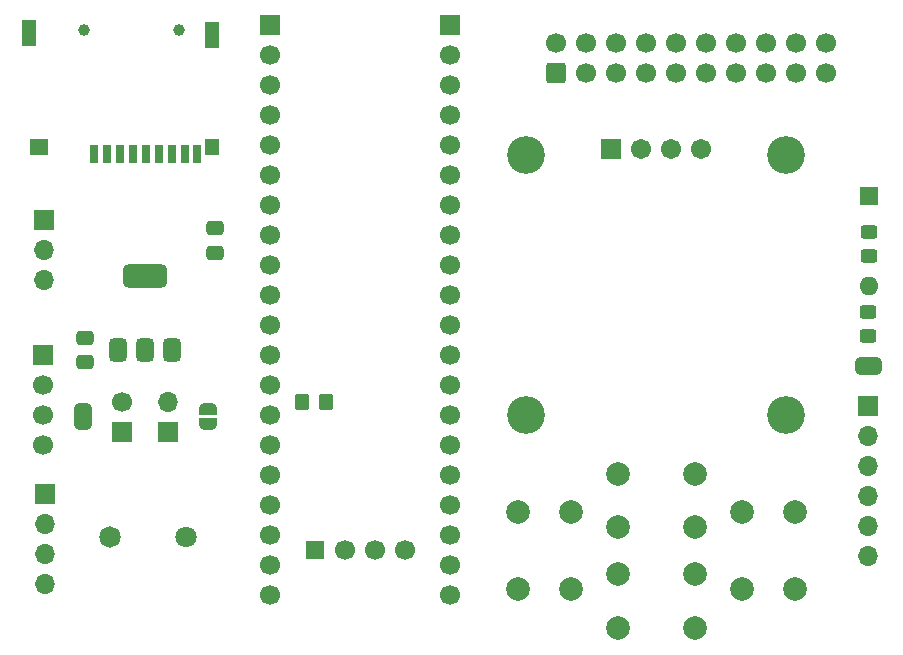
<source format=gbr>
%TF.GenerationSoftware,KiCad,Pcbnew,9.0.3*%
%TF.CreationDate,2025-08-20T09:57:48+02:00*%
%TF.ProjectId,sdiskII_stm32,73646973-6b49-4495-9f73-746d33322e6b,7*%
%TF.SameCoordinates,Original*%
%TF.FileFunction,Soldermask,Top*%
%TF.FilePolarity,Negative*%
%FSLAX46Y46*%
G04 Gerber Fmt 4.6, Leading zero omitted, Abs format (unit mm)*
G04 Created by KiCad (PCBNEW 9.0.3) date 2025-08-20 09:57:48*
%MOMM*%
%LPD*%
G01*
G04 APERTURE LIST*
G04 Aperture macros list*
%AMRoundRect*
0 Rectangle with rounded corners*
0 $1 Rounding radius*
0 $2 $3 $4 $5 $6 $7 $8 $9 X,Y pos of 4 corners*
0 Add a 4 corners polygon primitive as box body*
4,1,4,$2,$3,$4,$5,$6,$7,$8,$9,$2,$3,0*
0 Add four circle primitives for the rounded corners*
1,1,$1+$1,$2,$3*
1,1,$1+$1,$4,$5*
1,1,$1+$1,$6,$7*
1,1,$1+$1,$8,$9*
0 Add four rect primitives between the rounded corners*
20,1,$1+$1,$2,$3,$4,$5,0*
20,1,$1+$1,$4,$5,$6,$7,0*
20,1,$1+$1,$6,$7,$8,$9,0*
20,1,$1+$1,$8,$9,$2,$3,0*%
%AMFreePoly0*
4,1,23,0.500000,-0.750000,0.000000,-0.750000,0.000000,-0.745722,-0.065263,-0.745722,-0.191342,-0.711940,-0.304381,-0.646677,-0.396677,-0.554381,-0.461940,-0.441342,-0.495722,-0.315263,-0.495722,-0.250000,-0.500000,-0.250000,-0.500000,0.250000,-0.495722,0.250000,-0.495722,0.315263,-0.461940,0.441342,-0.396677,0.554381,-0.304381,0.646677,-0.191342,0.711940,-0.065263,0.745722,0.000000,0.745722,
0.000000,0.750000,0.500000,0.750000,0.500000,-0.750000,0.500000,-0.750000,$1*%
%AMFreePoly1*
4,1,23,0.000000,0.745722,0.065263,0.745722,0.191342,0.711940,0.304381,0.646677,0.396677,0.554381,0.461940,0.441342,0.495722,0.315263,0.495722,0.250000,0.500000,0.250000,0.500000,-0.250000,0.495722,-0.250000,0.495722,-0.315263,0.461940,-0.441342,0.396677,-0.554381,0.304381,-0.646677,0.191342,-0.711940,0.065263,-0.745722,0.000000,-0.745722,0.000000,-0.750000,-0.500000,-0.750000,
-0.500000,0.750000,0.000000,0.750000,0.000000,0.745722,0.000000,0.745722,$1*%
G04 Aperture macros list end*
%ADD10RoundRect,0.250000X0.600000X-0.600000X0.600000X0.600000X-0.600000X0.600000X-0.600000X-0.600000X0*%
%ADD11C,1.700000*%
%ADD12R,1.600000X1.600000*%
%ADD13O,1.600000X1.600000*%
%ADD14R,1.700000X1.700000*%
%ADD15O,1.700000X1.700000*%
%ADD16C,2.000000*%
%ADD17RoundRect,0.250000X-0.450000X0.325000X-0.450000X-0.325000X0.450000X-0.325000X0.450000X0.325000X0*%
%ADD18RoundRect,0.250000X0.475000X-0.337500X0.475000X0.337500X-0.475000X0.337500X-0.475000X-0.337500X0*%
%ADD19C,1.824000*%
%ADD20C,1.800000*%
%ADD21FreePoly0,270.000000*%
%ADD22FreePoly1,270.000000*%
%ADD23R,1.524000X1.524000*%
%ADD24RoundRect,0.375000X0.375000X-0.625000X0.375000X0.625000X-0.375000X0.625000X-0.375000X-0.625000X0*%
%ADD25RoundRect,0.500000X1.400000X-0.500000X1.400000X0.500000X-1.400000X0.500000X-1.400000X-0.500000X0*%
%ADD26FreePoly0,180.000000*%
%ADD27FreePoly1,180.000000*%
%ADD28RoundRect,0.102000X-0.754000X-0.754000X0.754000X-0.754000X0.754000X0.754000X-0.754000X0.754000X0*%
%ADD29C,1.712000*%
%ADD30C,3.204000*%
%ADD31R,1.600000X1.400000*%
%ADD32C,1.000000*%
%ADD33R,1.200000X2.200000*%
%ADD34R,0.700000X1.600000*%
%ADD35R,1.200000X1.400000*%
%ADD36RoundRect,0.250000X-0.350000X-0.450000X0.350000X-0.450000X0.350000X0.450000X-0.350000X0.450000X0*%
G04 APERTURE END LIST*
%TO.C,3V*%
G36*
X139025000Y-121425000D02*
G01*
X137525000Y-121425000D01*
X137525000Y-121725000D01*
X139025000Y-121725000D01*
X139025000Y-121425000D01*
G37*
%TO.C,BPF*%
G36*
X204875000Y-118025000D02*
G01*
X204575000Y-118025000D01*
X204575000Y-116525000D01*
X204875000Y-116525000D01*
X204875000Y-118025000D01*
G37*
%TD*%
D10*
%TO.C,J2*%
X178290000Y-92490000D03*
D11*
X178290000Y-89950000D03*
X180830000Y-92490000D03*
X180830000Y-89950000D03*
X183370000Y-92490000D03*
X183370000Y-89950000D03*
X185910000Y-92490000D03*
X185910000Y-89950000D03*
X188450000Y-92490000D03*
X188450000Y-89950000D03*
X190990000Y-92490000D03*
X190990000Y-89950000D03*
X193530000Y-92490000D03*
X193530000Y-89950000D03*
X196070000Y-92490000D03*
X196070000Y-89950000D03*
X198610000Y-92490000D03*
X198610000Y-89950000D03*
X201150000Y-92490000D03*
X201150000Y-89950000D03*
%TD*%
D12*
%TO.C,D1*%
X204775000Y-102925000D03*
D13*
X204775000Y-110545000D03*
%TD*%
D14*
%TO.C,J5*%
X134880000Y-116370000D03*
D11*
X134880000Y-118910000D03*
X134880000Y-121450000D03*
X134880000Y-123990000D03*
%TD*%
D14*
%TO.C,J3*%
X204714746Y-120691427D03*
D15*
X204714746Y-123231427D03*
X204714746Y-125771427D03*
X204714746Y-128311427D03*
X204714746Y-130851427D03*
X204714746Y-133391427D03*
%TD*%
D16*
%TO.C,UP1*%
X190040000Y-130950000D03*
X183540000Y-130950000D03*
X190040000Y-126450000D03*
X183540000Y-126450000D03*
%TD*%
D17*
%TO.C,D2*%
X204775000Y-105925000D03*
X204775000Y-107975000D03*
%TD*%
%TO.C,Fu2*%
X204750000Y-112750000D03*
X204750000Y-114800000D03*
%TD*%
D18*
%TO.C,C2*%
X149400000Y-107720000D03*
X149400000Y-105645000D03*
%TD*%
D19*
%TO.C,BZ1*%
X140500000Y-131750000D03*
D20*
X147000000Y-131750000D03*
%TD*%
D14*
%TO.C,J4*%
X134910000Y-104975000D03*
D15*
X134910000Y-107515000D03*
X134910000Y-110055000D03*
%TD*%
D21*
%TO.C,3V*%
X138275000Y-120925000D03*
D22*
X138275000Y-122225000D03*
%TD*%
D14*
%TO.C,\u03BCC1*%
X154050000Y-88440000D03*
D11*
X154050000Y-90980000D03*
X154050000Y-93520000D03*
X154050000Y-96060000D03*
X154050000Y-98600000D03*
X154050000Y-101140000D03*
X154050000Y-103680000D03*
X154050000Y-106220000D03*
X154050000Y-108760000D03*
X154050000Y-111300000D03*
X154050000Y-113840000D03*
X154050000Y-116380000D03*
X154050000Y-118920000D03*
X154050000Y-121460000D03*
X154050000Y-124000000D03*
X154050000Y-126540000D03*
X154050000Y-129080000D03*
X154050000Y-131620000D03*
X154050000Y-134160000D03*
X154050000Y-136700000D03*
X169290000Y-136700000D03*
X169290000Y-134160000D03*
X169290000Y-131620000D03*
X169290000Y-129080000D03*
X169290000Y-126540000D03*
X169290000Y-124000000D03*
X169290000Y-121460000D03*
X169290000Y-118920000D03*
X169290000Y-116380000D03*
X169290000Y-113840000D03*
X169290000Y-111300000D03*
X169290000Y-108760000D03*
X169290000Y-106220000D03*
X169290000Y-103680000D03*
X169290000Y-101140000D03*
X169290000Y-98600000D03*
X169290000Y-96060000D03*
X169290000Y-93520000D03*
X169290000Y-90980000D03*
D14*
X169290000Y-88440000D03*
D23*
X157860000Y-132890000D03*
D11*
X160400000Y-132890000D03*
X162940000Y-132890000D03*
X165480000Y-132890000D03*
%TD*%
D24*
%TO.C,U1*%
X141187500Y-115950000D03*
X143487500Y-115950000D03*
D25*
X143487500Y-109650000D03*
D24*
X145787500Y-115950000D03*
%TD*%
D26*
%TO.C,BPF*%
X205375000Y-117275000D03*
D27*
X204075000Y-117275000D03*
%TD*%
D21*
%TO.C,JP1*%
X148800000Y-120925000D03*
D22*
X148800000Y-122225000D03*
%TD*%
D14*
%TO.C,J1*%
X145455000Y-122850000D03*
D15*
X145455000Y-120310000D03*
%TD*%
D16*
%TO.C,ENTR1*%
X198540000Y-129700000D03*
X198540000Y-136200000D03*
X194040000Y-129700000D03*
X194040000Y-136200000D03*
%TD*%
D14*
%TO.C,J6*%
X135000000Y-128180000D03*
D15*
X135000000Y-130720000D03*
X135000000Y-133260000D03*
X135000000Y-135800000D03*
%TD*%
D28*
%TO.C,U8*%
X182980000Y-98950000D03*
D29*
X185520000Y-98950000D03*
X188060000Y-98950000D03*
X190600000Y-98950000D03*
D30*
X175790000Y-99450000D03*
X197790000Y-99450000D03*
X197790000Y-121450000D03*
X175790000Y-121450000D03*
%TD*%
D18*
%TO.C,C1*%
X138430000Y-116995000D03*
X138430000Y-114920000D03*
%TD*%
D31*
%TO.C,U2*%
X134540000Y-98750000D03*
D32*
X138340000Y-88850000D03*
X146340000Y-88850000D03*
D33*
X149140000Y-89250000D03*
D34*
X139140000Y-99350000D03*
X140240000Y-99350000D03*
X141340000Y-99350000D03*
X142440000Y-99350000D03*
X143540000Y-99350000D03*
X144640000Y-99350000D03*
X145740000Y-99350000D03*
X146840000Y-99350000D03*
X147940000Y-99350000D03*
D35*
X149140000Y-98750000D03*
D33*
X133640000Y-89150000D03*
%TD*%
D36*
%TO.C,R4*%
X156825000Y-120325000D03*
X158825000Y-120325000D03*
%TD*%
D16*
%TO.C,RET1*%
X179540000Y-129700000D03*
X179540000Y-136200000D03*
X175040000Y-129700000D03*
X175040000Y-136200000D03*
%TD*%
D14*
%TO.C,J7*%
X141590000Y-122850000D03*
D11*
X141590000Y-120310000D03*
%TD*%
D16*
%TO.C,DOWN1*%
X183540000Y-134950000D03*
X190040000Y-134950000D03*
X183540000Y-139450000D03*
X190040000Y-139450000D03*
%TD*%
M02*

</source>
